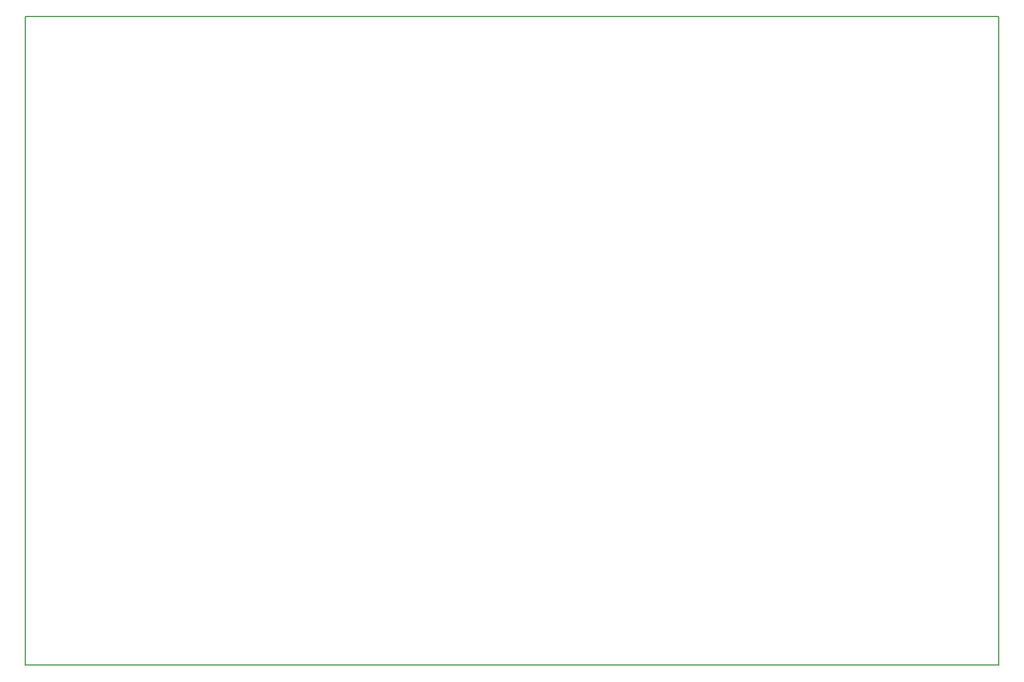
<source format=gbr>
%TF.GenerationSoftware,KiCad,Pcbnew,(6.0.7)*%
%TF.CreationDate,2023-04-20T17:26:34-06:00*%
%TF.ProjectId,boards,626f6172-6473-42e6-9b69-6361645f7063,rev?*%
%TF.SameCoordinates,Original*%
%TF.FileFunction,Profile,NP*%
%FSLAX46Y46*%
G04 Gerber Fmt 4.6, Leading zero omitted, Abs format (unit mm)*
G04 Created by KiCad (PCBNEW (6.0.7)) date 2023-04-20 17:26:34*
%MOMM*%
%LPD*%
G01*
G04 APERTURE LIST*
%TA.AperFunction,Profile*%
%ADD10C,0.200000*%
%TD*%
G04 APERTURE END LIST*
D10*
X325000000Y-200000000D02*
X175000000Y-200000000D01*
X175000000Y-200000000D02*
X175000000Y-100000000D01*
X175000000Y-100000000D02*
X325000000Y-100000000D01*
X325000000Y-100000000D02*
X325000000Y-200000000D01*
M02*

</source>
